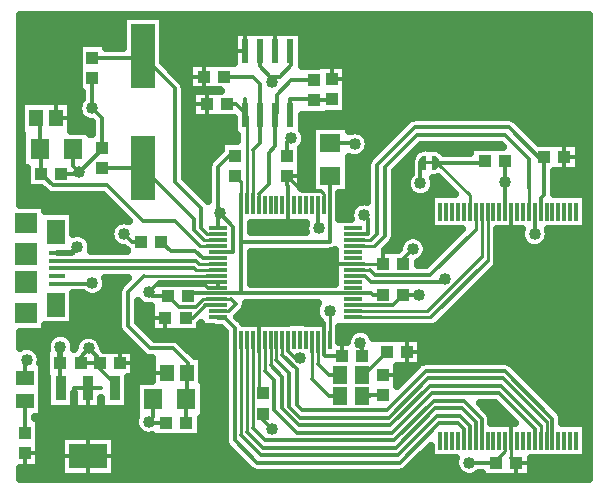
<source format=gbr>
G04 DipTrace 3.0.0.2*
G04 Top.gbr*
%MOIN*%
G04 #@! TF.FileFunction,Copper,L1,Top*
G04 #@! TF.Part,Single*
%AMOUTLINE0*
4,1,31,
0.0125,-0.025,
0.0125,0.025,
0.009887,0.024864,
0.007302,0.024454,
0.004774,0.023777,
0.002332,0.022839,
0.0,0.021651,
-0.002194,0.020226,
-0.004228,0.018579,
-0.006079,0.016728,
-0.007726,0.014694,
-0.009151,0.0125,
-0.010339,0.010168,
-0.011277,0.007726,
-0.011954,0.005198,
-0.012364,0.002613,
-0.0125,0.0,
-0.012364,-0.002613,
-0.011954,-0.005198,
-0.011277,-0.007726,
-0.010339,-0.010168,
-0.009151,-0.0125,
-0.007726,-0.014694,
-0.006079,-0.016728,
-0.004228,-0.018579,
-0.002194,-0.020226,
0.0,-0.021651,
0.002332,-0.022839,
0.004774,-0.023777,
0.007302,-0.024454,
0.009887,-0.024864,
0.0125,-0.025,
0*%
%AMOUTLINE3*
4,1,31,
-0.0125,0.025,
-0.0125,-0.025,
-0.009887,-0.024864,
-0.007302,-0.024454,
-0.004774,-0.023777,
-0.002332,-0.022839,
0.0,-0.021651,
0.002194,-0.020226,
0.004228,-0.018579,
0.006079,-0.016728,
0.007726,-0.014694,
0.009151,-0.0125,
0.010339,-0.010168,
0.011277,-0.007726,
0.011954,-0.005198,
0.012364,-0.002613,
0.0125,0.0,
0.012364,0.002613,
0.011954,0.005198,
0.011277,0.007726,
0.010339,0.010168,
0.009151,0.0125,
0.007726,0.014694,
0.006079,0.016728,
0.004228,0.018579,
0.002194,0.020226,
0.0,0.021651,
-0.002332,0.022839,
-0.004774,0.023777,
-0.007302,0.024454,
-0.009887,0.024864,
-0.0125,0.025,
0*%
G04 #@! TA.AperFunction,Conductor*
%ADD13C,0.011811*%
G04 #@! TA.AperFunction,CopperBalancing*
%ADD14C,0.012992*%
G04 #@! TA.AperFunction,Conductor*
%ADD15C,0.01*%
%ADD16C,0.02*%
G04 #@! TA.AperFunction,CopperBalancing*
%ADD17C,0.025*%
G04 #@! TA.AperFunction,Nonconductor*
%ADD19C,0.000013*%
%ADD20R,0.043307X0.03937*%
%ADD21R,0.070866X0.062992*%
%ADD22R,0.03937X0.043307*%
%ADD23R,0.062992X0.070866*%
%ADD25R,0.05315X0.015748*%
%ADD26R,0.062992X0.082677*%
%ADD27R,0.074803X0.070866*%
%ADD28R,0.074803X0.074803*%
%ADD29R,0.047244X0.057087*%
%ADD30R,0.059055X0.051181*%
%ADD31R,0.051181X0.059055*%
%ADD33R,0.062992X0.011811*%
%ADD34R,0.011811X0.062992*%
%ADD36R,0.037402X0.084646*%
%ADD37R,0.127953X0.084646*%
%ADD38R,0.023622X0.07874*%
%ADD40R,0.07874X0.216535*%
G04 #@! TA.AperFunction,ViaPad*
%ADD41C,0.04*%
%ADD83OUTLINE0*%
%ADD86OUTLINE3*%
%FSLAX26Y26*%
G04*
G70*
G90*
G75*
G01*
G04 Top*
%LPD*%
X1465748Y1345473D2*
D13*
Y1383465D1*
D14*
Y1440748D1*
X1468701Y1443701D1*
X1170473Y1345473D2*
D13*
Y1383465D1*
D15*
Y1423179D1*
D14*
X1149950Y1443701D1*
X1093701Y1052166D2*
D13*
X1055709D1*
D14*
X1002166D1*
X993701Y1043701D1*
X1542520Y1052166D2*
D13*
X1580512D1*
D14*
X1603986D1*
X1609450Y1046701D1*
X1643701D1*
X1093701Y1052166D2*
D13*
X1161701D1*
D14*
X1170473D1*
X1504528D1*
D13*
X1542520D1*
X1170473Y1345473D2*
D14*
Y1224950D1*
Y1052166D1*
X1465748Y1345473D2*
D13*
Y1307481D1*
D14*
Y1224950D1*
X1170473D1*
X631053Y518701D2*
X640650Y509104D1*
X659399D1*
X766879Y818701D2*
X768701D1*
X1327953Y1345473D2*
D13*
Y1383465D1*
D14*
Y1409449D1*
X1324950Y1412452D1*
Y1443701D1*
X1229528Y896654D2*
D13*
Y858662D1*
D15*
Y737874D1*
D14*
X1248701Y718701D1*
X1243701D1*
X1542520Y1150591D2*
D13*
X1580512D1*
D15*
X1643061D1*
D14*
X1643701Y1149950D1*
X2070915Y561171D2*
D15*
Y503988D1*
D14*
X2087452Y487452D1*
X668701Y718701D2*
X659399D1*
Y737450D1*
X1446063Y896654D2*
D13*
Y858662D1*
D14*
Y847588D1*
X1449950Y843701D1*
X1506201D1*
X1446063Y896654D2*
D13*
Y934646D1*
D14*
Y941339D1*
X1437452Y949950D1*
X1229528D1*
D15*
Y896654D1*
X1446063Y1345473D2*
Y1385088D1*
X1437450Y1393701D1*
D14*
X1374950D1*
X1324950Y1443701D1*
X1229528Y896654D2*
D13*
Y934646D1*
Y992028D2*
D14*
X1231201Y993701D1*
X1542520Y993110D2*
D15*
X1793110D1*
D14*
X1972490Y1172490D1*
D15*
Y1324950D1*
X1542520Y1209646D2*
D13*
X1580512D1*
D15*
X1615895D1*
D14*
X1649950Y1243701D1*
Y1474950D1*
X1756201Y1581201D1*
X2049952D1*
X2131201Y1499952D1*
Y1406198D1*
X2129970Y1404967D1*
D15*
Y1324950D1*
X1542520Y973425D2*
X1804676D1*
D14*
X1992175Y1160924D1*
D15*
Y1324950D1*
X1093701Y1150591D2*
X1030561D1*
D14*
X1019143Y1162008D1*
X558023D1*
Y1136418D2*
X748918D1*
X749952Y1137452D1*
X1012450D1*
X1018996Y1130906D1*
D15*
X1093701D1*
X1913435Y561171D2*
D13*
Y598967D1*
D14*
X1893701Y618701D1*
X1831201D1*
X1699952Y487452D1*
X1224950D1*
X1149950Y562452D1*
Y937452D1*
D13*
X1118701Y968701D1*
X1093701D1*
Y973425D1*
X1933120Y561171D2*
Y610532D1*
D14*
X1899950Y643701D1*
X1824952D1*
X1693701Y512450D1*
X1237452D1*
X1170473Y579429D1*
D15*
Y896654D1*
X1952805Y561171D2*
D13*
Y622097D1*
D14*
X1906201Y668701D1*
X1818702D1*
X1687452Y537450D1*
X1243702D1*
X1190158Y590995D1*
D15*
Y896654D1*
X1972490Y561171D2*
D13*
Y633663D1*
D14*
X1912452Y693701D1*
X1812450D1*
X1681201Y562452D1*
X1249950D1*
X1209843Y602559D1*
D15*
Y896654D1*
X2149655Y561171D2*
D13*
Y600247D1*
D14*
X2031201Y718701D1*
X1806201D1*
X1674952Y587452D1*
X1356201D1*
X1281201Y662452D1*
Y762452D1*
X1249213Y794440D1*
D15*
Y896654D1*
X2169340Y561171D2*
Y611811D1*
D14*
X2037450Y743701D1*
X1799950D1*
X1668701Y612452D1*
X1362450D1*
X1306201Y668701D1*
Y774952D1*
X1268898Y812255D1*
D15*
Y896654D1*
X2189025Y561171D2*
Y623377D1*
D14*
X2043701Y768701D1*
X1793701D1*
X1662452Y637452D1*
X1368701D1*
X1331201Y674952D1*
Y787452D1*
X1288583Y830070D1*
D15*
Y896654D1*
X2208710Y561171D2*
D13*
Y634941D1*
D14*
X2049950Y793701D1*
X1787452D1*
X1656201Y662450D1*
X1374952D1*
X1356201Y681201D1*
Y799952D1*
X1308268Y847885D1*
D15*
Y896654D1*
X1209843Y1345473D2*
D13*
Y1383465D1*
D15*
Y1529843D1*
D14*
X1234701Y1554701D1*
Y1646201D1*
X1113452Y1775201D2*
X1210201D1*
X1234701Y1750701D1*
Y1646201D1*
X1122452Y1682201D2*
X1154452D1*
X1182452Y1654201D1*
Y1701201D1*
X1184701D1*
Y1646201D1*
X1190158Y1345473D2*
D13*
Y1383465D1*
D15*
Y1640744D1*
D14*
X1184701Y1646201D1*
X1229528Y1345473D2*
D15*
Y1382528D1*
D14*
X1262450Y1415450D1*
Y1520450D1*
X1284701Y1542701D1*
Y1646201D1*
X1412452Y1762450D2*
X1338701D1*
X1290952Y1714701D1*
Y1652452D1*
X1284701Y1646201D1*
X699950Y818701D2*
X635630D1*
X699950D2*
Y831202D1*
X662452Y868701D1*
X635630Y818701D2*
Y841879D1*
X662452Y868701D1*
X449952Y768701D2*
Y824952D1*
X456201Y831201D1*
X609007Y1532037D2*
Y1478395D1*
X631201Y1456201D1*
X571950Y1450788D2*
X625788D1*
X631201Y1456201D1*
X706202Y1535630D2*
Y1531202D1*
X631201Y1456201D1*
X837452Y1224950D2*
X806201D1*
X781201Y1249950D1*
X558023Y1085236D2*
X672736D1*
X674951Y1087451D1*
X674952Y1770521D2*
Y1668702D1*
X674950Y1668701D1*
X706202Y1535630D2*
Y1637449D1*
X674950Y1668701D1*
X1243701Y651772D2*
Y631201D1*
X1274950Y599952D1*
X1327953Y896654D2*
D13*
Y859449D1*
D15*
X1349950Y837452D1*
X1368701D1*
X1542520Y1012795D2*
D13*
X1580512D1*
D14*
X1676725D1*
X1710630Y1046701D1*
X1763701D1*
X1764701Y1045701D1*
X1710630Y1149950D2*
Y1166879D1*
X1743701Y1199950D1*
X2049950Y1493701D2*
Y1424950D1*
X2051230Y1324950D2*
D13*
Y1362942D1*
D14*
Y1423671D1*
X2049950Y1424950D1*
X2051230Y561171D2*
D15*
Y526230D1*
X2020523Y495523D1*
D14*
Y487452D1*
X1931202D1*
X1931201Y487450D1*
X699950Y818701D2*
Y799952D1*
X756201Y743701D1*
Y737450D1*
X749950D1*
X877215Y699952D2*
Y639714D1*
X862452Y624950D1*
X920521Y618700D2*
X868702D1*
X862452Y624950D1*
X1093701Y1091536D2*
D13*
X1055709D1*
D14*
X897786D1*
X862452Y1056201D1*
X1093701Y1071851D2*
D13*
Y1091536D1*
Y1071851D2*
X1059301D1*
D15*
X1049950Y1081201D1*
X887452D1*
D14*
X862452Y1056201D1*
X926772Y1043701D2*
X874952D1*
X862452Y1056201D1*
X1093701Y993110D2*
D15*
X1130609D1*
D14*
X1153075Y1015576D1*
X1136171Y1032481D1*
D15*
X1093701D1*
D13*
X1055709D1*
D15*
X1042481D1*
X1016201Y1006201D1*
D14*
X964272D1*
X926772Y1043701D1*
X1573130Y843701D2*
Y883023D1*
X1568701Y887452D1*
X1093701Y1268701D2*
D13*
Y1281103D1*
D14*
Y1312452D1*
X1099950Y1318701D1*
X1149950Y1510630D2*
X1129381D1*
X1093701Y1474950D1*
Y1324950D1*
X1099950Y1318701D1*
X1274950Y1756201D2*
D3*
X1324950Y1510630D2*
Y1556200D1*
X1337452Y1568701D1*
X1468701Y1553937D2*
X1545963D1*
X1549950Y1549950D1*
X1093701Y1189961D2*
D13*
X1131693D1*
D14*
X1143701D1*
Y1274950D1*
X1099950Y1318701D1*
X1542520Y1249016D2*
D13*
X1580512D1*
D14*
X1593701D1*
Y1299952D1*
X1581201Y1312452D1*
X1426378Y1345473D2*
D13*
Y1307481D1*
D14*
Y1273524D1*
X1431201Y1268701D1*
X1234701Y1858799D2*
Y1808950D1*
X1268701Y1774950D1*
X1299952D1*
X1337452Y1812450D1*
Y1856049D1*
X1334701Y1858799D1*
X1268701Y1774950D2*
Y1749952D1*
X1274950Y1756201D1*
X449952Y585630D2*
Y693898D1*
X706202Y1468701D2*
X843701D1*
X1093701Y1229331D2*
D15*
X1045571D1*
D14*
X1012450Y1262452D1*
Y1299952D1*
X843701Y1468701D1*
X674952Y1837450D2*
X838435D1*
X843701Y1842717D1*
X1093701Y1249016D2*
D15*
X1057137D1*
X1037450Y1268702D1*
D14*
Y1337450D1*
X949950Y1424950D1*
Y1736467D1*
X843701Y1842717D1*
X1093701Y1170276D2*
D13*
X1042126D1*
D14*
X1018701Y1193701D1*
X935630D1*
X904381Y1224950D1*
X1093701Y1012795D2*
D13*
X1050295D1*
D15*
X1006201Y968701D1*
D14*
X985630D1*
X1406693Y896654D2*
D13*
Y858662D1*
D15*
Y768208D1*
D14*
X1463450Y711450D1*
X1499950D1*
X1426378Y896654D2*
D13*
Y858662D1*
D15*
Y817273D1*
D14*
X1462452Y781200D1*
X1499950D1*
X1643701Y712452D2*
X1599953D1*
X1598952Y711450D1*
X1574753D1*
Y781200D2*
X1581200D1*
X1656201Y856201D1*
X991879Y787450D2*
Y704379D1*
X987452Y699952D1*
X987450Y618700D1*
X1093701Y1111221D2*
D13*
X1055709D1*
D15*
X848721D1*
D14*
X793701Y1056201D1*
Y943701D1*
X868701Y868701D1*
X943701D1*
X993701Y818701D1*
Y787450D1*
X991879D1*
X505021Y1450788D2*
Y1525786D1*
X498771Y1532037D1*
Y1627608D1*
X488091Y1638288D1*
X1093701Y1209646D2*
D13*
X1055709D1*
D15*
X1034005D1*
D14*
X949950Y1293701D1*
X843701D1*
X724950Y1412452D1*
X543357D1*
X505021Y1450788D1*
X1334701Y1646201D2*
Y1699950D1*
X1412452D1*
Y1695521D1*
X1470520D1*
X1474950Y1699952D1*
X1819952Y1487450D2*
X1976771D1*
X1983021Y1493701D1*
X1819952Y1487450D2*
X1824952D1*
D15*
X1933120Y1379282D1*
Y1324950D1*
X2169340D2*
D13*
Y1369340D1*
D14*
X2181201Y1381201D1*
Y1506201D1*
X1542520Y1229331D2*
D13*
X1580512D1*
D15*
X1604331D1*
D14*
X1624950Y1249950D1*
Y1481200D1*
X1749952Y1606201D1*
X2062452D1*
X2181201Y1487452D1*
Y1506201D1*
X1542520Y1111221D2*
D13*
X1584181D1*
X1603701Y1091701D1*
X1858201D1*
D14*
X1849952Y1099950D1*
X2149655Y1249950D2*
Y1324950D1*
X568848Y737450D2*
Y743554D1*
X568701Y743701D1*
Y818701D1*
X558023Y1187599D2*
D16*
X606349D1*
X624951Y1206201D1*
X568701Y874951D2*
Y818701D1*
X1542520Y1130906D2*
D13*
X1580512D1*
D15*
X1600247D1*
D14*
X1618701Y1112452D1*
X1799953D1*
X1952805Y1265303D1*
D15*
Y1324950D1*
X1465748Y896654D2*
Y993701D1*
X1768701Y1418701D2*
D14*
Y1481200D1*
X1774952Y1487450D1*
D41*
X1849952Y1099950D3*
X2149655Y1249950D3*
X624951Y1206201D3*
X568701Y874951D3*
X1465748Y993701D3*
X1768701Y1418701D3*
X662452Y868701D3*
X456201Y831201D3*
X631201Y1456201D3*
X674951Y1087451D3*
X781201Y1249950D3*
X674950Y1668701D3*
X1274950Y599952D3*
X1368701Y837452D3*
X1764701Y1045701D3*
X1743701Y1199950D3*
X2049950Y1424950D3*
X1931201Y487450D3*
X862452Y624950D3*
Y1056201D3*
X1568701Y887452D3*
X1099950Y1318701D3*
X1337452Y1568701D3*
X1549950Y1549950D3*
X1274950Y1756201D3*
X1237452Y1112452D3*
X1331201Y1106201D3*
X1231201Y993701D3*
X1299950D3*
X1731201Y1262452D3*
X1774950Y1331201D3*
X1993701Y1656201D3*
X2062452D3*
X1581201Y1312452D3*
X1431201Y1268701D3*
X434701Y1955332D2*
D17*
X775331D1*
X912069D2*
X2327723D1*
X434701Y1930463D2*
X775331D1*
X912069D2*
X2327723D1*
X434701Y1905595D2*
X775331D1*
X912069D2*
X1143886D1*
X1375497D2*
X2327723D1*
X434701Y1880726D2*
X626259D1*
X723641D2*
X775331D1*
X912069D2*
X1143886D1*
X1375497D2*
X2327723D1*
X434701Y1855857D2*
X626259D1*
X912069D2*
X1143886D1*
X1375497D2*
X2327723D1*
X434701Y1830988D2*
X626259D1*
X912069D2*
X1143886D1*
X1375497D2*
X2327723D1*
X434701Y1806120D2*
X626259D1*
X929452D2*
X995888D1*
X1523641D2*
X2327723D1*
X434701Y1781251D2*
X626259D1*
X954305D2*
X995888D1*
X1523641D2*
X2327723D1*
X434701Y1756382D2*
X626259D1*
X978720D2*
X995888D1*
X1523641D2*
X2327723D1*
X434701Y1731513D2*
X626259D1*
X1523641D2*
X2327723D1*
X434701Y1706645D2*
X639491D1*
X985409D2*
X1004872D1*
X1523641D2*
X2327723D1*
X607626Y1681776D2*
X627821D1*
X985409D2*
X1004872D1*
X1523641D2*
X2327723D1*
X607626Y1656907D2*
X627479D1*
X985409D2*
X1004872D1*
X1523641D2*
X2327723D1*
X607626Y1632038D2*
X643837D1*
X985409D2*
X1143886D1*
X1375497D2*
X1726942D1*
X2085458D2*
X2327723D1*
X607626Y1607170D2*
X670741D1*
X985409D2*
X1143886D1*
X1375497D2*
X1404286D1*
X1533114D2*
X1701796D1*
X2110604D2*
X2327723D1*
X985409Y1582301D2*
X1143886D1*
X1384432D2*
X1404286D1*
X1585848D2*
X1676893D1*
X2135507D2*
X2327723D1*
X985409Y1557432D2*
X1101259D1*
X1385067D2*
X1404268D1*
X1598348D2*
X1652040D1*
X2160360D2*
X2327723D1*
X985409Y1532563D2*
X1101259D1*
X1373641D2*
X1404286D1*
X1595565D2*
X1627186D1*
X1834725D2*
X1932362D1*
X2298788D2*
X2327723D1*
X985409Y1507694D2*
X1077333D1*
X1373641D2*
X1404286D1*
X1571835D2*
X1602333D1*
X2298788D2*
X2327723D1*
X985409Y1482826D2*
X1059169D1*
X1373641D2*
X1404286D1*
X1533114D2*
X1589491D1*
X1706942D2*
X1733290D1*
X2298788D2*
X2327723D1*
X434701Y1457957D2*
X454384D1*
X985409D2*
X1058241D1*
X1373641D2*
X1404286D1*
X1533114D2*
X1589491D1*
X1685409D2*
X1733241D1*
X2216659D2*
X2327723D1*
X434701Y1433088D2*
X454384D1*
X990927D2*
X1058241D1*
X1373641D2*
X1404286D1*
X1533114D2*
X1589491D1*
X1685409D2*
X1722011D1*
X1815389D2*
X1832313D1*
X2216659D2*
X2327723D1*
X434701Y1408219D2*
X454384D1*
X1015829D2*
X1058241D1*
X1373641D2*
X1404286D1*
X1533114D2*
X1589491D1*
X1685409D2*
X1720888D1*
X1816513D2*
X1857167D1*
X2216659D2*
X2327723D1*
X434701Y1383351D2*
X525331D1*
X1040682D2*
X1058241D1*
X1501229D2*
X1589491D1*
X1685409D2*
X1736024D1*
X1801376D2*
X1882020D1*
X2216659D2*
X2327723D1*
X434701Y1358482D2*
X729774D1*
X1500643D2*
X1572157D1*
X1685409D2*
X1799794D1*
X519100Y1333613D2*
X754677D1*
X1500643D2*
X1537294D1*
X1685409D2*
X1799794D1*
X613583Y1308744D2*
X779530D1*
X1501180D2*
X1532362D1*
X1685409D2*
X1799794D1*
X613583Y1283876D2*
X746913D1*
X1205966D2*
X1384755D1*
X1685409D2*
X1799794D1*
X613583Y1259007D2*
X733095D1*
X1205966D2*
X1383241D1*
X1685409D2*
X1897352D1*
X2026132D2*
X2101552D1*
X2197763D2*
X2327723D1*
X664608Y1234138D2*
X734999D1*
X1683993D2*
X1709706D1*
X1777694D2*
X1872499D1*
X2026132D2*
X2103456D1*
X2195858D2*
X2327723D1*
X673837Y1209269D2*
X756190D1*
X1664657D2*
X1695643D1*
X1791757D2*
X1847645D1*
X2026132D2*
X2124647D1*
X2174667D2*
X2327723D1*
X1205966Y1184400D2*
X1482020D1*
X1789999D2*
X1822792D1*
X2026132D2*
X2327723D1*
X1205966Y1159532D2*
X1482020D1*
X1769198D2*
X1797889D1*
X2027597D2*
X2327723D1*
X1205966Y1134663D2*
X1482020D1*
X2015048D2*
X2327723D1*
X1205966Y1109794D2*
X1482020D1*
X1990194D2*
X2327723D1*
X723886Y1084925D2*
X773280D1*
X1965292D2*
X2327723D1*
X714999Y1060057D2*
X758436D1*
X1940438D2*
X2327723D1*
X613583Y1035188D2*
X758241D1*
X1915585D2*
X2327723D1*
X613583Y1010319D2*
X758241D1*
X829159D2*
X852430D1*
X1188143D2*
X1419813D1*
X1890682D2*
X2327723D1*
X613583Y985450D2*
X758241D1*
X829159D2*
X868055D1*
X1172079D2*
X1417518D1*
X1865829D2*
X2327723D1*
X613583Y960582D2*
X758241D1*
X829159D2*
X868055D1*
X1175936D2*
X1430604D1*
X1840975D2*
X2327723D1*
X519100Y935713D2*
X759218D1*
X850839D2*
X868055D1*
X1036288D2*
X1103407D1*
X1500643D2*
X2327723D1*
X434701Y910844D2*
X536659D1*
X600741D2*
X640321D1*
X684579D2*
X777430D1*
X875692D2*
X1114491D1*
X1500643D2*
X1526014D1*
X1611386D2*
X2327723D1*
X434701Y885975D2*
X521034D1*
X708114D2*
X802284D1*
X975546D2*
X1114491D1*
X1773788D2*
X2327723D1*
X494296Y861107D2*
X518055D1*
X1000448D2*
X1114491D1*
X1773788D2*
X2327723D1*
X504940Y836238D2*
X518055D1*
X817538D2*
X860389D1*
X1044491D2*
X1114491D1*
X1773788D2*
X2327723D1*
X817538Y811369D2*
X872352D1*
X1044491D2*
X1114491D1*
X2081405D2*
X2327723D1*
X817538Y786500D2*
X872352D1*
X1044491D2*
X1114491D1*
X1692391D2*
X1731093D1*
X2106307D2*
X2327723D1*
X508456Y761631D2*
X521132D1*
X797665D2*
X816770D1*
X1047958D2*
X1114491D1*
X1692391D2*
X1706239D1*
X2131161D2*
X2327723D1*
X508456Y736763D2*
X521132D1*
X797665D2*
X816770D1*
X1047958D2*
X1114491D1*
X2156014D2*
X2327723D1*
X508456Y711894D2*
X521132D1*
X797665D2*
X816770D1*
X1047958D2*
X1114491D1*
X2180868D2*
X2327723D1*
X508456Y687025D2*
X521132D1*
X797665D2*
X816770D1*
X1047958D2*
X1114491D1*
X2205770D2*
X2327723D1*
X508456Y662156D2*
X816737D1*
X1047958D2*
X1114491D1*
X1993124D2*
X2038612D1*
X2230624D2*
X2327723D1*
X485409Y637288D2*
X815126D1*
X1038095D2*
X1114491D1*
X2007772D2*
X2063466D1*
X2244100D2*
X2327723D1*
X498641Y612419D2*
X815175D1*
X1038095D2*
X1114491D1*
X498641Y587550D2*
X832313D1*
X1038095D2*
X1114491D1*
X498641Y562681D2*
X566444D1*
X752352D2*
X1114491D1*
X498641Y537813D2*
X566444D1*
X752352D2*
X1125477D1*
X498641Y512944D2*
X566444D1*
X752352D2*
X1150331D1*
X1774569D2*
X1799794D1*
X498641Y488075D2*
X566444D1*
X752352D2*
X1175184D1*
X1749716D2*
X1882216D1*
X2138095D2*
X2327723D1*
X434701Y463206D2*
X566444D1*
X752352D2*
X1200087D1*
X1724813D2*
X1889052D1*
X2138095D2*
X2327723D1*
X434701Y438337D2*
X2327723D1*
X523680Y772524D2*
X520555D1*
Y864878D1*
X523339D1*
X522352Y871303D1*
Y878599D1*
X523493Y885804D1*
X525748Y892743D1*
X529060Y899243D1*
X533348Y905145D1*
X538507Y910304D1*
X544409Y914592D1*
X550909Y917904D1*
X557848Y920159D1*
X565053Y921300D1*
X572349D1*
X579554Y920159D1*
X586493Y917904D1*
X592993Y914592D1*
X598895Y910304D1*
X604054Y905145D1*
X608342Y899243D1*
X611654Y892743D1*
X613909Y885804D1*
X615050Y878599D1*
Y871303D1*
X614579Y867468D1*
X616103Y872349D1*
X617244Y879554D1*
X619499Y886493D1*
X622811Y892993D1*
X627099Y898895D1*
X632257Y904054D1*
X638160Y908342D1*
X644660Y911654D1*
X651598Y913909D1*
X658804Y915050D1*
X666099D1*
X673305Y913909D1*
X680243Y911654D1*
X686744Y908342D1*
X692646Y904054D1*
X697805Y898895D1*
X702093Y892993D1*
X705405Y886493D1*
X707659Y879554D1*
X708800Y872349D1*
X708938Y868858D1*
X712950Y864855D1*
X815025Y864878D1*
Y772524D1*
X795152D1*
X795143Y668635D1*
X704757D1*
X704592Y703765D1*
Y668635D1*
X614206D1*
X614041Y718765D1*
Y668635D1*
X523655D1*
Y772493D1*
X505971Y770784D1*
Y641815D1*
X482973D1*
X491275Y633776D1*
X496129D1*
Y470555D1*
X432193D1*
X432201Y432201D1*
X2330201D1*
Y1980201D1*
X432201D1*
Y1347926D1*
X516601Y1347949D1*
Y1326318D1*
X611090Y1326295D1*
Y1250563D1*
X617678Y1252121D1*
X624951Y1252693D1*
X632224Y1252121D1*
X639318Y1250418D1*
X646058Y1247626D1*
X652278Y1243814D1*
X657826Y1239076D1*
X662564Y1233528D1*
X666376Y1227308D1*
X669168Y1220568D1*
X670871Y1213474D1*
X671443Y1206201D1*
X670871Y1198928D1*
X670054Y1194977D1*
X789321Y1194996D1*
X788965Y1196823D1*
X782875Y1201624D1*
X781045Y1203454D1*
X782648Y1201869D1*
X777553Y1203602D1*
X770348Y1204743D1*
X763409Y1206997D1*
X756909Y1210309D1*
X751007Y1214597D1*
X745848Y1219756D1*
X741560Y1225658D1*
X738248Y1232159D1*
X735993Y1239097D1*
X734852Y1246303D1*
Y1253598D1*
X735993Y1260804D1*
X738248Y1267742D1*
X741560Y1274242D1*
X745848Y1280145D1*
X751007Y1285303D1*
X756909Y1289591D1*
X763409Y1292903D1*
X770348Y1295158D1*
X777553Y1296299D1*
X784849D1*
X792054Y1295158D1*
X797213Y1293560D1*
X711305Y1379445D1*
X540769Y1379565D1*
X533163Y1381078D1*
X526121Y1384325D1*
X520031Y1389125D1*
X519804Y1389371D1*
X504528Y1404628D1*
X456876Y1404610D1*
X456759Y1470112D1*
X440783D1*
Y1583277D1*
X437977Y1583252D1*
Y1693323D1*
X605134D1*
Y1593958D1*
X666995Y1593962D1*
Y1583757D1*
X673258Y1583776D1*
X673214Y1622202D1*
X664097Y1623493D1*
X657159Y1625748D1*
X650658Y1629060D1*
X644756Y1633348D1*
X639597Y1638507D1*
X635309Y1644409D1*
X631997Y1650909D1*
X629743Y1657848D1*
X628602Y1665053D1*
Y1672349D1*
X629743Y1679554D1*
X631997Y1686493D1*
X635309Y1692993D1*
X639597Y1698895D1*
X641969Y1701461D1*
X641963Y1722364D1*
X628775Y1722375D1*
Y1885596D1*
X721129D1*
Y1870410D1*
X777839Y1870457D1*
Y1977476D1*
X909564D1*
Y1823521D1*
X975035Y1757892D1*
X979343Y1751444D1*
X982027Y1744168D1*
X982939Y1736467D1*
X982925Y1736134D1*
X982939Y1438567D1*
X1060745Y1360808D1*
X1060814Y1477539D1*
X1062327Y1485144D1*
X1065574Y1492187D1*
X1070375Y1498277D1*
X1070620Y1498503D1*
X1103762Y1531664D1*
X1103773Y1558776D1*
X1158705D1*
X1158665Y1580291D1*
X1146398Y1580339D1*
Y1636052D1*
X1007377Y1636024D1*
Y1728378D1*
X1103668Y1728368D1*
X1099097Y1729024D1*
X998377D1*
Y1821378D1*
X1146410D1*
X1146398Y1924661D1*
X1373004D1*
Y1810550D1*
X1428726Y1810596D1*
X1428773Y1815026D1*
X1521128D1*
Y1651806D1*
X1458676D1*
X1458629Y1647375D1*
X1373033D1*
X1373004Y1598635D1*
X1377093Y1592993D1*
X1380405Y1586493D1*
X1382659Y1579554D1*
X1383800Y1572349D1*
Y1565053D1*
X1382659Y1557848D1*
X1380405Y1550909D1*
X1377093Y1544409D1*
X1372805Y1538507D1*
X1371130Y1536695D1*
X1371128Y1403458D1*
X1406808Y1403461D1*
X1406776Y1611925D1*
X1530626D1*
Y1592248D1*
X1539097Y1595158D1*
X1546303Y1596299D1*
X1553598D1*
X1560804Y1595158D1*
X1567742Y1592903D1*
X1574242Y1589591D1*
X1580145Y1585303D1*
X1585303Y1580145D1*
X1589591Y1574242D1*
X1592903Y1567742D1*
X1595158Y1560804D1*
X1596299Y1553598D1*
Y1546303D1*
X1595158Y1539097D1*
X1592903Y1532159D1*
X1589591Y1525658D1*
X1585303Y1519756D1*
X1580145Y1514597D1*
X1574242Y1510309D1*
X1567742Y1506997D1*
X1560804Y1504743D1*
X1553598Y1503602D1*
X1546303D1*
X1539097Y1504743D1*
X1530618Y1507708D1*
X1530626Y1385713D1*
X1498742D1*
X1498330Y1378304D1*
X1498146Y1358465D1*
X1498330Y1312641D1*
X1498737Y1307481D1*
Y1301084D1*
X1536143Y1301098D1*
X1534852Y1308804D1*
Y1316099D1*
X1535993Y1323305D1*
X1538248Y1330243D1*
X1541560Y1336744D1*
X1545848Y1342646D1*
X1551007Y1347805D1*
X1556909Y1352093D1*
X1563409Y1355405D1*
X1570348Y1357659D1*
X1577553Y1358800D1*
X1584849D1*
X1591984Y1357673D1*
X1592064Y1483788D1*
X1593577Y1491394D1*
X1596823Y1498436D1*
X1601624Y1504526D1*
X1601869Y1504753D1*
X1728528Y1631285D1*
X1734975Y1635594D1*
X1742251Y1638278D1*
X1749952Y1639189D1*
X1750285Y1639176D1*
X2065040Y1639088D1*
X2072646Y1637575D1*
X2079688Y1634328D1*
X2085778Y1629527D1*
X2086005Y1629282D1*
X2162945Y1552360D1*
X2296276Y1552378D1*
Y1460024D1*
X2214161D1*
X2214189Y1382910D1*
X2280478Y1382889D1*
X2319848Y1382938D1*
Y1266962D1*
X2192915D1*
X2194863Y1260804D1*
X2196004Y1253598D1*
Y1246303D1*
X2194863Y1239097D1*
X2192608Y1232159D1*
X2189296Y1225658D1*
X2185008Y1219756D1*
X2179849Y1214597D1*
X2173947Y1210309D1*
X2167447Y1206997D1*
X2160508Y1204743D1*
X2153303Y1203602D1*
X2146007D1*
X2138802Y1204743D1*
X2131863Y1206997D1*
X2125363Y1210309D1*
X2119461Y1214597D1*
X2114302Y1219756D1*
X2110014Y1225658D1*
X2106702Y1232159D1*
X2104448Y1239097D1*
X2103306Y1246303D1*
Y1253598D1*
X2104448Y1260804D1*
X2106411Y1266953D1*
X2023645Y1266962D1*
X2023667Y1170702D1*
X2025061Y1163512D1*
X2024757Y1155764D1*
X2022652Y1148300D1*
X2018863Y1141534D1*
X2015501Y1137598D1*
X1826100Y948341D1*
X1819652Y944033D1*
X1812377Y941349D1*
X1804676Y940437D1*
X1796975Y941349D1*
X1794862Y941945D1*
X1600526Y941933D1*
X1600508Y941028D1*
X1498116D1*
X1498146Y889847D1*
X1522264Y889878D1*
X1523493Y898305D1*
X1525748Y905243D1*
X1529060Y911744D1*
X1533348Y917646D1*
X1538507Y922805D1*
X1544409Y927093D1*
X1550909Y930405D1*
X1557848Y932659D1*
X1565053Y933800D1*
X1572349D1*
X1579554Y932659D1*
X1586493Y930405D1*
X1592993Y927093D1*
X1598895Y922805D1*
X1604054Y917646D1*
X1608342Y911744D1*
X1611654Y905243D1*
X1612715Y902367D1*
X1771276Y902378D1*
Y822427D1*
X1777258Y825075D1*
X1784863Y826588D1*
X1974952Y826689D1*
X2052539Y826588D1*
X2060144Y825075D1*
X2067187Y821828D1*
X2073277Y817027D1*
X2073503Y816782D1*
X2233795Y656365D1*
X2238103Y649918D1*
X2240787Y642642D1*
X2241698Y634941D1*
X2241093Y628778D1*
X2241108Y619110D1*
X2319848Y619159D1*
Y503183D1*
X2136943Y503182D1*
X2135561D1*
X2135598Y441274D1*
X1972377D1*
Y454507D1*
X1963931Y454463D1*
X1958528Y449837D1*
X1952308Y446026D1*
X1945568Y443234D1*
X1938474Y441531D1*
X1931201Y440958D1*
X1923928Y441531D1*
X1916834Y443234D1*
X1910094Y446026D1*
X1903874Y449837D1*
X1898326Y454575D1*
X1893588Y460123D1*
X1889776Y466343D1*
X1886984Y473083D1*
X1885281Y480177D1*
X1884709Y487450D1*
X1885281Y494723D1*
X1887493Y503195D1*
X1802297Y503182D1*
Y543173D1*
X1721376Y462367D1*
X1714928Y458059D1*
X1707653Y455375D1*
X1699952Y454463D1*
X1699618Y454476D1*
X1222362Y454565D1*
X1214756Y456078D1*
X1207714Y459324D1*
X1201624Y464125D1*
X1201397Y464371D1*
X1124866Y541027D1*
X1120558Y547475D1*
X1117873Y554751D1*
X1116962Y562452D1*
X1116975Y562785D1*
X1116962Y924610D1*
X1105255Y936329D1*
X1091159Y936403D1*
X1083690Y937889D1*
X1078655Y940024D1*
X1076689Y941028D1*
X1035713D1*
Y953674D1*
X1033772Y950632D1*
X1033776Y922524D1*
X870556D1*
Y1010424D1*
X862452Y1009709D1*
X855179Y1010281D1*
X848085Y1011984D1*
X841345Y1014776D1*
X835124Y1018588D1*
X829577Y1023326D1*
X826684Y1026533D1*
X826689Y957324D1*
X882386Y901668D1*
X946289Y901588D1*
X953895Y900075D1*
X960937Y896828D1*
X967027Y892027D1*
X967254Y891782D1*
X1016765Y842486D1*
X1041994D1*
Y761870D1*
X1045440Y761877D1*
Y638026D1*
X1035626D1*
X1035596Y572522D1*
X872376D1*
Y579505D1*
X866099Y578602D1*
X858804D1*
X851598Y579743D1*
X844660Y581997D1*
X838160Y585309D1*
X832257Y589597D1*
X827099Y594756D1*
X822811Y600658D1*
X819499Y607159D1*
X817244Y614097D1*
X816103Y621303D1*
Y628598D1*
X817244Y635804D1*
X819227Y642006D1*
Y761877D1*
X874843D1*
X874836Y835725D1*
X863540Y836119D1*
X856077Y838224D1*
X849311Y842013D1*
X845375Y845375D1*
X768616Y922277D1*
X764308Y928725D1*
X761624Y936000D1*
X760713Y943701D1*
X760726Y944035D1*
X760814Y1058789D1*
X762327Y1066395D1*
X765574Y1073437D1*
X770375Y1079527D1*
X770620Y1079754D1*
X795338Y1104490D1*
X756618Y1104341D1*
X748918Y1103429D1*
X718595D1*
X720871Y1094724D1*
X721443Y1087451D1*
X720871Y1080178D1*
X719168Y1073084D1*
X716376Y1066344D1*
X712564Y1060124D1*
X707826Y1054576D1*
X702278Y1049838D1*
X696058Y1046026D1*
X689318Y1043234D1*
X682224Y1041531D1*
X674951Y1040959D1*
X667678Y1041531D1*
X660584Y1043234D1*
X653844Y1046026D1*
X647624Y1049838D1*
X644579Y1052263D1*
X611067Y1052248D1*
X611090Y946539D1*
X516607D1*
X516601Y924886D1*
X432177D1*
X432201Y870972D1*
X438409Y874154D1*
X445348Y876409D1*
X452553Y877550D1*
X459849D1*
X467054Y876409D1*
X473993Y874154D1*
X480493Y870842D1*
X486395Y866554D1*
X491554Y861395D1*
X495842Y855493D1*
X499154Y848993D1*
X501409Y842054D1*
X502550Y834849D1*
Y827553D1*
X501495Y820781D1*
X505971Y820784D1*
Y770784D1*
X1689859Y760597D2*
X1689878Y742770D1*
X1757117Y810019D1*
X1689845Y810024D1*
X1689878Y745026D1*
X1386796Y954642D2*
X1434305D1*
X1434256Y959496D1*
X1428135Y966374D1*
X1424323Y972594D1*
X1421532Y979334D1*
X1419829Y986428D1*
X1419256Y993701D1*
X1419829Y1000974D1*
X1421532Y1008068D1*
X1424323Y1014808D1*
X1426907Y1019191D1*
X1185827Y1019177D1*
X1185962Y1012988D1*
X1184449Y1005382D1*
X1181202Y998340D1*
X1176401Y992250D1*
X1158668Y974516D1*
X1169340Y964140D1*
X1175035Y958876D1*
X1178122Y954642D1*
X1327741D1*
X1484532Y1085107D2*
Y1197861D1*
X1478372Y1194473D1*
X1470909Y1192368D1*
X1465748Y1191962D1*
X1203492D1*
X1203461Y1085155D1*
X1484486Y1085154D1*
X1484532Y1197805D1*
Y1085163D2*
Y1197888D1*
X1478372Y1194473D1*
X1470909Y1192368D1*
X1465748Y1191962D1*
X1388651Y1287484D2*
X1256185Y1287533D1*
X1203422Y1287484D1*
X1203461Y1257924D1*
X1385951Y1257939D1*
X1384852Y1265053D1*
Y1272349D1*
X1385993Y1279554D1*
X1388708Y1287490D1*
X1374721Y1287484D1*
X2004846Y619159D2*
X2084130D1*
X2017535Y685714D1*
X1967090Y685713D1*
X1997574Y655087D1*
X2001883Y648639D1*
X2004567Y641364D1*
X2005478Y633663D1*
X2004873Y627500D1*
X2004887Y619110D1*
X2070702Y619159D1*
X571431Y577919D2*
X749868D1*
Y440289D1*
X568931D1*
Y577919D1*
X571431D1*
X1846954Y1520439D2*
X1934876Y1520424D1*
Y1539878D1*
X2044627D1*
X2036301Y1548199D1*
X2031167Y1539829D1*
X2024952Y1548213D1*
X1769825D1*
X1682956Y1461304D1*
X1682837Y1241113D1*
X1681324Y1233507D1*
X1678078Y1226465D1*
X1673277Y1220375D1*
X1673031Y1220148D1*
X1649003Y1196127D1*
X1693198D1*
X1697213Y1200115D1*
X1697781Y1207223D1*
X1699484Y1214317D1*
X1702276Y1221057D1*
X1706088Y1227278D1*
X1710826Y1232825D1*
X1716374Y1237563D1*
X1722594Y1241375D1*
X1729334Y1244167D1*
X1736428Y1245870D1*
X1743701Y1246442D1*
X1750974Y1245870D1*
X1758068Y1244167D1*
X1764808Y1241375D1*
X1771028Y1237563D1*
X1776576Y1232825D1*
X1781314Y1227278D1*
X1785126Y1221057D1*
X1787918Y1214317D1*
X1789621Y1207223D1*
X1790193Y1199950D1*
X1789621Y1192677D1*
X1787918Y1185583D1*
X1785126Y1178843D1*
X1781314Y1172623D1*
X1776576Y1167075D1*
X1771028Y1162337D1*
X1764808Y1158526D1*
X1758777Y1155995D1*
X1758776Y1145395D1*
X1786328Y1145440D1*
X1907794Y1266945D1*
X1802297Y1266962D1*
Y1382938D1*
X1884939D1*
X1827745Y1440120D1*
X1822033Y1438084D1*
X1816794Y1436830D1*
X1811791Y1436157D1*
X1813909Y1429554D1*
X1815050Y1422349D1*
Y1415053D1*
X1813909Y1407848D1*
X1811654Y1400909D1*
X1808342Y1394409D1*
X1804054Y1388507D1*
X1798895Y1383348D1*
X1792993Y1379060D1*
X1786493Y1375748D1*
X1779554Y1373493D1*
X1772349Y1372352D1*
X1765053D1*
X1757848Y1373493D1*
X1750909Y1375748D1*
X1744409Y1379060D1*
X1738507Y1383348D1*
X1733348Y1388507D1*
X1729060Y1394409D1*
X1725748Y1400909D1*
X1723493Y1407848D1*
X1722352Y1415053D1*
Y1422349D1*
X1723493Y1429554D1*
X1725748Y1436493D1*
X1729060Y1442993D1*
X1733348Y1448895D1*
X1735720Y1451461D1*
X1735861Y1484180D1*
X1736280Y1493183D1*
X1737408Y1499504D1*
X1738945Y1504677D1*
X1741006Y1509641D1*
X1743584Y1514381D1*
X1746637Y1518815D1*
X1750140Y1522911D1*
X1754053Y1526619D1*
X1758327Y1529893D1*
X1762929Y1532708D1*
X1767782Y1535019D1*
X1772870Y1536817D1*
X1778109Y1538071D1*
X1783457Y1538770D1*
X1789555Y1538859D1*
X1794697Y1537933D1*
X1796027Y1537503D1*
X1800686Y1538064D1*
X1805844Y1538894D1*
X1813184Y1538622D1*
X1819506Y1537494D1*
X1824679Y1535957D1*
X1829642Y1533896D1*
X1834382Y1531318D1*
X1838817Y1528265D1*
X1842913Y1524762D1*
X1846967Y1520420D1*
X1845831Y1521779D1*
X1846620Y1520849D1*
X766879Y864829D2*
D14*
Y818701D1*
X814976D1*
X1324950Y1443701D2*
X1371079D1*
X1506201Y889829D2*
Y843701D1*
X1643701Y1196079D2*
Y1149950D1*
X2087452Y487452D2*
Y441323D1*
Y487452D2*
X2135549D1*
X874885Y787450D2*
X924950D1*
X555020Y1693274D2*
Y1638288D1*
X605085D1*
X449952Y518701D2*
Y470604D1*
Y518701D2*
X496080D1*
X918701Y968701D2*
Y922572D1*
X870604Y968701D2*
X918701D1*
X1643701Y779381D2*
X1689830D1*
X1723130Y902329D2*
Y810072D1*
Y856201D2*
X1771227D1*
X1055523Y1728329D2*
Y1636073D1*
X1007426Y1682201D2*
X1055523D1*
X1046523Y1821329D2*
Y1729073D1*
X998426Y1775201D2*
X1046523D1*
X1474950Y1814978D2*
Y1766881D1*
X1521079D1*
X2248130Y1552329D2*
Y1460073D1*
Y1506201D2*
X2296227D1*
X1229528Y954593D2*
Y896654D1*
X1446063Y954593D2*
Y896654D1*
X1484581Y1150591D2*
X1542520D1*
X1327953Y1345473D2*
Y1287533D1*
X2070915Y1324950D2*
Y1267011D1*
Y619110D2*
Y561171D1*
X659399Y737450D2*
Y668684D1*
X614255Y737450D2*
X704543D1*
X659399Y577870D2*
Y440338D1*
X568980Y509104D2*
X749819D1*
X1284701Y1924613D2*
Y1858799D1*
X1184701Y1924613D2*
Y1858799D1*
X1146447D2*
X1184701D1*
D20*
X568701Y818701D3*
X635630D3*
X766879D3*
X699950D3*
D21*
X1468701Y1443701D3*
Y1553937D3*
D22*
X706202Y1468701D3*
Y1535630D3*
X674952Y1837450D3*
Y1770521D3*
D23*
X987452Y699952D3*
X877215D3*
X498771Y1532037D3*
X609007D3*
D20*
X987450Y618700D3*
X920521D3*
X505021Y1450788D3*
X571950D3*
X993701Y1043701D3*
X926772D3*
X1643701Y1046701D3*
X1710630D3*
D22*
X1149950Y1443701D3*
Y1510630D3*
X1324950Y1443701D3*
Y1510630D3*
X1243701Y718701D3*
Y651772D3*
D20*
X1506201Y843701D3*
X1573130D3*
X1643701Y1149950D3*
X1710630D3*
X2087452Y487452D3*
X2020523D3*
D25*
X558023Y1187599D3*
Y1162008D3*
Y1136418D3*
Y1110827D3*
Y1085236D3*
D26*
X553101Y1258465D3*
Y1014370D3*
D27*
X452708Y1286024D3*
Y986811D3*
D28*
Y1183662D3*
Y1089173D3*
D29*
X924950Y787450D3*
X991879D3*
X555020Y1638288D3*
X488091D3*
D30*
X449952Y768701D3*
Y693898D3*
D22*
Y518701D3*
Y585630D3*
D20*
X918701Y968701D3*
X985630D3*
X837452Y1224950D3*
X904381D3*
D22*
X1643701Y712452D3*
Y779381D3*
D20*
X1656201Y856201D3*
X1723130D3*
X1122452Y1682201D3*
X1055523D3*
X1113452Y1775201D3*
X1046523D3*
D22*
X1474950Y1699952D3*
Y1766881D3*
X1412452Y1762450D3*
Y1695521D3*
D20*
X2049950Y1493701D3*
X1983021D3*
X2181201Y1506201D3*
X2248130D3*
D31*
X1499950Y711450D3*
X1574753D3*
X1499950Y781200D3*
X1574753D3*
D33*
X1093701Y1268701D3*
Y1249016D3*
Y1229331D3*
Y1209646D3*
Y1189961D3*
Y1170276D3*
Y1150591D3*
Y1130906D3*
Y1111221D3*
Y1091536D3*
Y1071851D3*
Y1052166D3*
Y1032481D3*
Y1012795D3*
Y993110D3*
Y973425D3*
D34*
X1170473Y896654D3*
X1190158D3*
X1209843D3*
X1229528D3*
X1249213D3*
X1268898D3*
X1288583D3*
X1308268D3*
X1327953D3*
X1347638D3*
X1367323D3*
X1387008D3*
X1406693D3*
X1426378D3*
X1446063D3*
X1465748D3*
D33*
X1542520Y973425D3*
Y993110D3*
Y1012795D3*
Y1032481D3*
Y1052166D3*
Y1071851D3*
Y1091536D3*
Y1111221D3*
Y1130906D3*
Y1150591D3*
Y1170276D3*
Y1189961D3*
Y1209646D3*
Y1229331D3*
Y1249016D3*
Y1268701D3*
D34*
X1465748Y1345473D3*
X1446063D3*
X1426378D3*
X1406693D3*
X1387008D3*
X1367323D3*
X1347638D3*
X1327953D3*
X1308268D3*
X1288583D3*
X1268898D3*
X1249213D3*
X1229528D3*
X1209843D3*
X1190158D3*
X1170473D3*
X2287450Y1324950D3*
X2267765D3*
X2248080D3*
X2228395D3*
X2208710D3*
X2189025D3*
X2169340D3*
X2149655D3*
X2129970D3*
X2110285D3*
X2090600D3*
X2070915D3*
X2051230D3*
X2031545D3*
X2011860D3*
X1992175D3*
X1972490D3*
X1952805D3*
X1933120D3*
X1913435D3*
X1893750D3*
X1874065D3*
X1854379D3*
X1834694D3*
Y561171D3*
X1854379D3*
X1874065D3*
X1893750D3*
X1913435D3*
X1933120D3*
X1952805D3*
X1972490D3*
X1992175D3*
X2011860D3*
X2031545D3*
X2051230D3*
X2070915D3*
X2090600D3*
X2110285D3*
X2129970D3*
X2149655D3*
X2169340D3*
X2189025D3*
X2208710D3*
X2228395D3*
X2248080D3*
X2267765D3*
X2287450D3*
D36*
X749950Y737450D3*
X659399D3*
X568848D3*
D37*
X659399Y509104D3*
D38*
X1184701Y1646201D3*
X1234701D3*
X1284701D3*
X1334701D3*
Y1858799D3*
X1284701D3*
X1234701D3*
X1184701D3*
D83*
X1774952Y1487450D3*
D86*
X1819952D3*
D40*
X843701Y1842717D3*
Y1468701D3*
G36*
X1807455Y1482450D2*
X1787449D1*
Y1492450D1*
X1807455D1*
Y1482450D1*
G37*
X1787449Y1487450D2*
D19*
D3*
M02*

</source>
